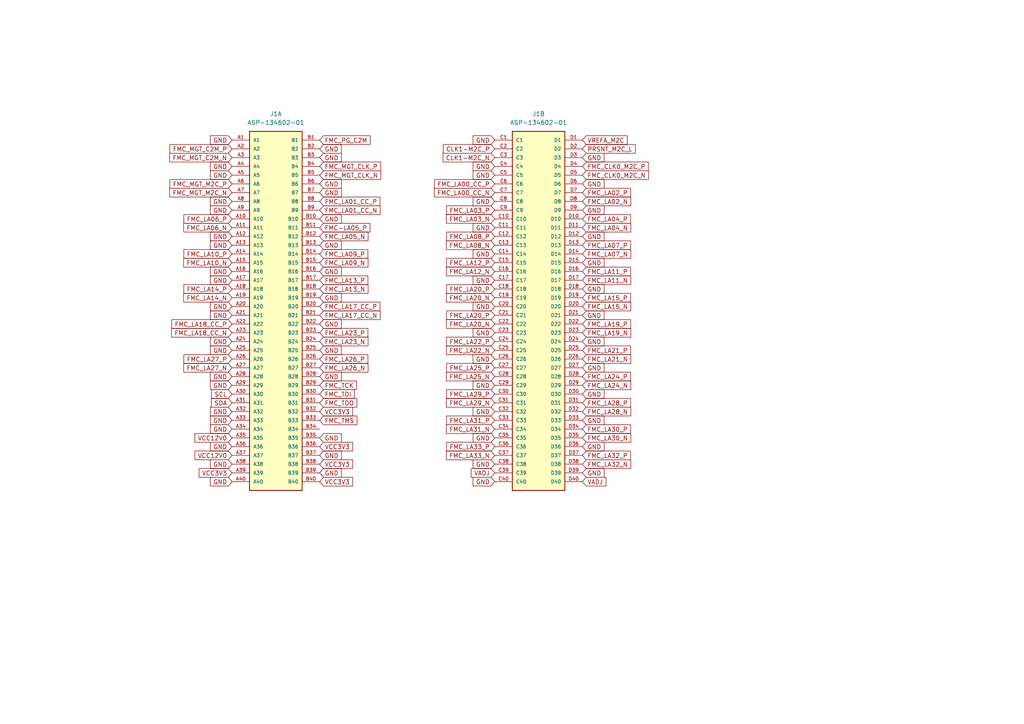
<source format=kicad_sch>
(kicad_sch (version 20231120) (generator "eeschema") (generator_version "8.0")
  (paper "A4")
  (lib_symbols
    (symbol "ASP-134602-01:ASP-134602-01" (pin_names (offset 1.016))
      (property "Reference" "J" (at -7.62 54.102 0))
      (property "Value" "ASP-134602-01" (at -7.62 -53.34 0))
      (symbol "ASP-134602-01_1_0"
        (rectangle (start -7.62 -50.8) (end 7.62 53.34) (stroke (width 0.254)) (fill (type background)))
        (pin passive line (at -12.7 50.8 0) (length 5.08) (name "A1") (number "A1"))
        (pin passive line (at -12.7 27.94 0) (length 5.08) (name "A10") (number "A10"))
        (pin passive line (at -12.7 25.4 0) (length 5.08) (name "A11") (number "A11"))
        (pin passive line (at -12.7 22.86 0) (length 5.08) (name "A12") (number "A12"))
        (pin passive line (at -12.7 20.32 0) (length 5.08) (name "A13") (number "A13"))
        (pin passive line (at -12.7 17.78 0) (length 5.08) (name "A14") (number "A14"))
        (pin passive line (at -12.7 15.24 0) (length 5.08) (name "A15") (number "A15"))
        (pin passive line (at -12.7 12.7 0) (length 5.08) (name "A16") (number "A16"))
        (pin passive line (at -12.7 10.16 0) (length 5.08) (name "A17") (number "A17"))
        (pin passive line (at -12.7 7.62 0) (length 5.08) (name "A18") (number "A18"))
        (pin passive line (at -12.7 5.08 0) (length 5.08) (name "A19") (number "A19"))
        (pin passive line (at -12.7 48.26 0) (length 5.08) (name "A2") (number "A2"))
        (pin passive line (at -12.7 2.54 0) (length 5.08) (name "A20") (number "A20"))
        (pin passive line (at -12.7 0 0) (length 5.08) (name "A21") (number "A21"))
        (pin passive line (at -12.7 -2.54 0) (length 5.08) (name "A22") (number "A22"))
        (pin passive line (at -12.7 -5.08 0) (length 5.08) (name "A23") (number "A23"))
        (pin passive line (at -12.7 -7.62 0) (length 5.08) (name "A24") (number "A24"))
        (pin passive line (at -12.7 -10.16 0) (length 5.08) (name "A25") (number "A25"))
        (pin passive line (at -12.7 -12.7 0) (length 5.08) (name "A26") (number "A26"))
        (pin passive line (at -12.7 -15.24 0) (length 5.08) (name "A27") (number "A27"))
        (pin passive line (at -12.7 -17.78 0) (length 5.08) (name "A28") (number "A28"))
        (pin passive line (at -12.7 -20.32 0) (length 5.08) (name "A29") (number "A29"))
        (pin passive line (at -12.7 45.72 0) (length 5.08) (name "A3") (number "A3"))
        (pin passive line (at -12.7 -22.86 0) (length 5.08) (name "A30") (number "A30"))
        (pin passive line (at -12.7 -25.4 0) (length 5.08) (name "A31") (number "A31"))
        (pin passive line (at -12.7 -27.94 0) (length 5.08) (name "A32") (number "A32"))
        (pin passive line (at -12.7 -30.48 0) (length 5.08) (name "A33") (number "A33"))
        (pin passive line (at -12.7 -33.02 0) (length 5.08) (name "A34") (number "A34"))
        (pin passive line (at -12.7 -35.56 0) (length 5.08) (name "A35") (number "A35"))
        (pin passive line (at -12.7 -38.1 0) (length 5.08) (name "A36") (number "A36"))
        (pin passive line (at -12.7 -40.64 0) (length 5.08) (name "A37") (number "A37"))
        (pin passive line (at -12.7 -43.18 0) (length 5.08) (name "A38") (number "A38"))
        (pin passive line (at -12.7 -45.72 0) (length 5.08) (name "A39") (number "A39"))
        (pin passive line (at -12.7 43.18 0) (length 5.08) (name "A4") (number "A4"))
        (pin passive line (at -12.7 -48.26 0) (length 5.08) (name "A40") (number "A40"))
        (pin passive line (at -12.7 40.64 0) (length 5.08) (name "A5") (number "A5"))
        (pin passive line (at -12.7 38.1 0) (length 5.08) (name "A6") (number "A6"))
        (pin passive line (at -12.7 35.56 0) (length 5.08) (name "A7") (number "A7"))
        (pin passive line (at -12.7 33.02 0) (length 5.08) (name "A8") (number "A8"))
        (pin passive line (at -12.7 30.48 0) (length 5.08) (name "A9") (number "A9"))
        (pin passive line (at 12.7 50.8 180) (length 5.08) (name "B1") (number "B1"))
        (pin passive line (at 12.7 27.94 180) (length 5.08) (name "B10") (number "B10"))
        (pin passive line (at 12.7 25.4 180) (length 5.08) (name "B11") (number "B11"))
        (pin passive line (at 12.7 22.86 180) (length 5.08) (name "B12") (number "B12"))
        (pin passive line (at 12.7 20.32 180) (length 5.08) (name "B13") (number "B13"))
        (pin passive line (at 12.7 17.78 180) (length 5.08) (name "B14") (number "B14"))
        (pin passive line (at 12.7 15.24 180) (length 5.08) (name "B15") (number "B15"))
        (pin passive line (at 12.7 12.7 180) (length 5.08) (name "B16") (number "B16"))
        (pin passive line (at 12.7 10.16 180) (length 5.08) (name "B17") (number "B17"))
        (pin passive line (at 12.7 7.62 180) (length 5.08) (name "B18") (number "B18"))
        (pin passive line (at 12.7 5.08 180) (length 5.08) (name "B19") (number "B19"))
        (pin passive line (at 12.7 48.26 180) (length 5.08) (name "B2") (number "B2"))
        (pin passive line (at 12.7 2.54 180) (length 5.08) (name "B20") (number "B20"))
        (pin passive line (at 12.7 0 180) (length 5.08) (name "B21") (number "B21"))
        (pin passive line (at 12.7 -2.54 180) (length 5.08) (name "B22") (number "B22"))
        (pin passive line (at 12.7 -5.08 180) (length 5.08) (name "B23") (number "B23"))
        (pin passive line (at 12.7 -7.62 180) (length 5.08) (name "B24") (number "B24"))
        (pin passive line (at 12.7 -10.16 180) (length 5.08) (name "B25") (number "B25"))
        (pin passive line (at 12.7 -12.7 180) (length 5.08) (name "B26") (number "B26"))
        (pin passive line (at 12.7 -15.24 180) (length 5.08) (name "B27") (number "B27"))
        (pin passive line (at 12.7 -17.78 180) (length 5.08) (name "B28") (number "B28"))
        (pin passive line (at 12.7 -20.32 180) (length 5.08) (name "B29") (number "B29"))
        (pin passive line (at 12.7 45.72 180) (length 5.08) (name "B3") (number "B3"))
        (pin passive line (at 12.7 -22.86 180) (length 5.08) (name "B30") (number "B30"))
        (pin passive line (at 12.7 -25.4 180) (length 5.08) (name "B31") (number "B31"))
        (pin passive line (at 12.7 -27.94 180) (length 5.08) (name "B32") (number "B32"))
        (pin passive line (at 12.7 -30.48 180) (length 5.08) (name "B33") (number "B33"))
        (pin passive line (at 12.7 -33.02 180) (length 5.08) (name "B34") (number "B34"))
        (pin passive line (at 12.7 -35.56 180) (length 5.08) (name "B35") (number "B35"))
        (pin passive line (at 12.7 -38.1 180) (length 5.08) (name "B36") (number "B36"))
        (pin passive line (at 12.7 -40.64 180) (length 5.08) (name "B37") (number "B37"))
        (pin passive line (at 12.7 -43.18 180) (length 5.08) (name "B38") (number "B38"))
        (pin passive line (at 12.7 -45.72 180) (length 5.08) (name "B39") (number "B39"))
        (pin passive line (at 12.7 43.18 180) (length 5.08) (name "B4") (number "B4"))
        (pin passive line (at 12.7 -48.26 180) (length 5.08) (name "B40") (number "B40"))
        (pin passive line (at 12.7 40.64 180) (length 5.08) (name "B5") (number "B5"))
        (pin passive line (at 12.7 38.1 180) (length 5.08) (name "B6") (number "B6"))
        (pin passive line (at 12.7 35.56 180) (length 5.08) (name "B7") (number "B7"))
        (pin passive line (at 12.7 33.02 180) (length 5.08) (name "B8") (number "B8"))
        (pin passive line (at 12.7 30.48 180) (length 5.08) (name "B9") (number "B9"))
      )
      (symbol "ASP-134602-01_2_0"
        (rectangle (start -7.62 -50.8) (end 7.62 53.34) (stroke (width 0.254)) (fill (type background)))
        (pin passive line (at -12.7 50.8 0) (length 5.08) (name "C1") (number "C1"))
        (pin passive line (at -12.7 27.94 0) (length 5.08) (name "C10") (number "C10"))
        (pin passive line (at -12.7 25.4 0) (length 5.08) (name "C11") (number "C11"))
        (pin passive line (at -12.7 22.86 0) (length 5.08) (name "C12") (number "C12"))
        (pin passive line (at -12.7 20.32 0) (length 5.08) (name "C13") (number "C13"))
        (pin passive line (at -12.7 17.78 0) (length 5.08) (name "C14") (number "C14"))
        (pin passive line (at -12.7 15.24 0) (length 5.08) (name "C15") (number "C15"))
        (pin passive line (at -12.7 12.7 0) (length 5.08) (name "C16") (number "C16"))
        (pin passive line (at -12.7 10.16 0) (length 5.08) (name "C17") (number "C17"))
        (pin passive line (at -12.7 7.62 0) (length 5.08) (name "C18") (number "C18"))
        (pin passive line (at -12.7 5.08 0) (length 5.08) (name "C19") (number "C19"))
        (pin passive line (at -12.7 48.26 0) (length 5.08) (name "C2") (number "C2"))
        (pin passive line (at -12.7 2.54 0) (length 5.08) (name "C20") (number "C20"))
        (pin passive line (at -12.7 0 0) (length 5.08) (name "C21") (number "C21"))
        (pin passive line (at -12.7 -2.54 0) (length 5.08) (name "C22") (number "C22"))
        (pin passive line (at -12.7 -5.08 0) (length 5.08) (name "C23") (number "C23"))
        (pin passive line (at -12.7 -7.62 0) (length 5.08) (name "C24") (number "C24"))
        (pin passive line (at -12.7 -10.16 0) (length 5.08) (name "C25") (number "C25"))
        (pin passive line (at -12.7 -12.7 0) (length 5.08) (name "C26") (number "C26"))
        (pin passive line (at -12.7 -15.24 0) (length 5.08) (name "C27") (number "C27"))
        (pin passive line (at -12.7 -17.78 0) (length 5.08) (name "C28") (number "C28"))
        (pin passive line (at -12.7 -20.32 0) (length 5.08) (name "C29") (number "C29"))
        (pin passive line (at -12.7 45.72 0) (length 5.08) (name "C3") (number "C3"))
        (pin passive line (at -12.7 -22.86 0) (length 5.08) (name "C30") (number "C30"))
        (pin passive line (at -12.7 -25.4 0) (length 5.08) (name "C31") (number "C31"))
        (pin passive line (at -12.7 -27.94 0) (length 5.08) (name "C32") (number "C32"))
        (pin passive line (at -12.7 -30.48 0) (length 5.08) (name "C33") (number "C33"))
        (pin passive line (at -12.7 -33.02 0) (length 5.08) (name "C34") (number "C34"))
        (pin passive line (at -12.7 -35.56 0) (length 5.08) (name "C35") (number "C35"))
        (pin passive line (at -12.7 -38.1 0) (length 5.08) (name "C36") (number "C36"))
        (pin passive line (at -12.7 -40.64 0) (length 5.08) (name "C37") (number "C37"))
        (pin passive line (at -12.7 -43.18 0) (length 5.08) (name "C38") (number "C38"))
        (pin passive line (at -12.7 -45.72 0) (length 5.08) (name "C39") (number "C39"))
        (pin passive line (at -12.7 43.18 0) (length 5.08) (name "C4") (number "C4"))
        (pin passive line (at -12.7 -48.26 0) (length 5.08) (name "C40") (number "C40"))
        (pin passive line (at -12.7 40.64 0) (length 5.08) (name "C5") (number "C5"))
        (pin passive line (at -12.7 38.1 0) (length 5.08) (name "C6") (number "C6"))
        (pin passive line (at -12.7 35.56 0) (length 5.08) (name "C7") (number "C7"))
        (pin passive line (at -12.7 33.02 0) (length 5.08) (name "C8") (number "C8"))
        (pin passive line (at -12.7 30.48 0) (length 5.08) (name "C9") (number "C9"))
        (pin passive line (at 12.7 50.8 180) (length 5.08) (name "D1") (number "D1"))
        (pin passive line (at 12.7 27.94 180) (length 5.08) (name "D10") (number "D10"))
        (pin passive line (at 12.7 25.4 180) (length 5.08) (name "D11") (number "D11"))
        (pin passive line (at 12.7 22.86 180) (length 5.08) (name "D12") (number "D12"))
        (pin passive line (at 12.7 20.32 180) (length 5.08) (name "D13") (number "D13"))
        (pin passive line (at 12.7 17.78 180) (length 5.08) (name "D14") (number "D14"))
        (pin passive line (at 12.7 15.24 180) (length 5.08) (name "D15") (number "D15"))
        (pin passive line (at 12.7 12.7 180) (length 5.08) (name "D16") (number "D16"))
        (pin passive line (at 12.7 10.16 180) (length 5.08) (name "D17") (number "D17"))
        (pin passive line (at 12.7 7.62 180) (length 5.08) (name "D18") (number "D18"))
        (pin passive line (at 12.7 5.08 180) (length 5.08) (name "D19") (number "D19"))
        (pin passive line (at 12.7 48.26 180) (length 5.08) (name "D2") (number "D2"))
        (pin passive line (at 12.7 2.54 180) (length 5.08) (name "D20") (number "D20"))
        (pin passive line (at 12.7 0 180) (length 5.08) (name "D21") (number "D21"))
        (pin passive line (at 12.7 -2.54 180) (length 5.08) (name "D22") (number "D22"))
        (pin passive line (at 12.7 -5.08 180) (length 5.08) (name "D23") (number "D23"))
        (pin passive line (at 12.7 -7.62 180) (length 5.08) (name "D24") (number "D24"))
        (pin passive line (at 12.7 -10.16 180) (length 5.08) (name "D25") (number "D25"))
        (pin passive line (at 12.7 -12.7 180) (length 5.08) (name "D26") (number "D26"))
        (pin passive line (at 12.7 -15.24 180) (length 5.08) (name "D27") (number "D27"))
        (pin passive line (at 12.7 -17.78 180) (length 5.08) (name "D28") (number "D28"))
        (pin passive line (at 12.7 -20.32 180) (length 5.08) (name "D29") (number "D29"))
        (pin passive line (at 12.7 45.72 180) (length 5.08) (name "D3") (number "D3"))
        (pin passive line (at 12.7 -22.86 180) (length 5.08) (name "D30") (number "D30"))
        (pin passive line (at 12.7 -25.4 180) (length 5.08) (name "D31") (number "D31"))
        (pin passive line (at 12.7 -27.94 180) (length 5.08) (name "D32") (number "D32"))
        (pin passive line (at 12.7 -30.48 180) (length 5.08) (name "D33") (number "D33"))
        (pin passive line (at 12.7 -33.02 180) (length 5.08) (name "D34") (number "D34"))
        (pin passive line (at 12.7 -35.56 180) (length 5.08) (name "D35") (number "D35"))
        (pin passive line (at 12.7 -38.1 180) (length 5.08) (name "D36") (number "D36"))
        (pin passive line (at 12.7 -40.64 180) (length 5.08) (name "D37") (number "D37"))
        (pin passive line (at 12.7 -43.18 180) (length 5.08) (name "D38") (number "D38"))
        (pin passive line (at 12.7 -45.72 180) (length 5.08) (name "D39") (number "D39"))
        (pin passive line (at 12.7 43.18 180) (length 5.08) (name "D4") (number "D4"))
        (pin passive line (at 12.7 -48.26 180) (length 5.08) (name "D40") (number "D40"))
        (pin passive line (at 12.7 40.64 180) (length 5.08) (name "D5") (number "D5"))
        (pin passive line (at 12.7 38.1 180) (length 5.08) (name "D6") (number "D6"))
        (pin passive line (at 12.7 35.56 180) (length 5.08) (name "D7") (number "D7"))
        (pin passive line (at 12.7 33.02 180) (length 5.08) (name "D8") (number "D8"))
        (pin passive line (at 12.7 30.48 180) (length 5.08) (name "D9") (number "D9"))
      )
      (symbol "ASP-134602-01_3_0"
        (rectangle (start -7.62 -50.8) (end 7.62 53.34) (stroke (width 0.254)) (fill (type background)))
        (pin passive line (at -12.7 50.8 0) (length 5.08) (name "E1") (number "E1"))
        (pin passive line (at -12.7 27.94 0) (length 5.08) (name "E10") (number "E10"))
        (pin passive line (at -12.7 25.4 0) (length 5.08) (name "E11") (number "E11"))
        (pin passive line (at -12.7 22.86 0) (length 5.08) (name "E12") (number "E12"))
        (pin passive line (at -12.7 20.32 0) (length 5.08) (name "E13") (number "E13"))
        (pin passive line (at -12.7 17.78 0) (length 5.08) (name "E14") (number "E14"))
        (pin passive line (at -12.7 15.24 0) (length 5.08) (name "E15") (number "E15"))
        (pin passive line (at -12.7 12.7 0) (length 5.08) (name "E16") (number "E16"))
        (pin passive line (at -12.7 10.16 0) (length 5.08) (name "E17") (number "E17"))
        (pin passive line (at -12.7 7.62 0) (length 5.08) (name "E18") (number "E18"))
        (pin passive line (at -12.7 5.08 0) (length 5.08) (name "E19") (number "E19"))
        (pin passive line (at -12.7 48.26 0) (length 5.08) (name "E2") (number "E2"))
        (pin passive line (at -12.7 2.54 0) (length 5.08) (name "E20") (number "E20"))
        (pin passive line (at -12.7 0 0) (length 5.08) (name "E21") (number "E21"))
        (pin passive line (at -12.7 -2.54 0) (length 5.08) (name "E22") (number "E22"))
        (pin passive line (at -12.7 -5.08 0) (length 5.08) (name "E23") (number "E23"))
        (pin passive line (at -12.7 -7.62 0) (length 5.08) (name "E24") (number "E24"))
        (pin passive line (at -12.7 -10.16 0) (length 5.08) (name "E25") (number "E25"))
        (pin passive line (at -12.7 -12.7 0) (length 5.08) (name "E26") (number "E26"))
        (pin passive line (at -12.7 -15.24 0) (length 5.08) (name "E27") (number "E27"))
        (pin passive line (at -12.7 -17.78 0) (length 5.08) (name "E28") (number "E28"))
        (pin passive line (at -12.7 -20.32 0) (length 5.08) (name "E29") (number "E29"))
        (pin passive line (at -12.7 45.72 0) (length 5.08) (name "E3") (number "E3"))
        (pin passive line (at -12.7 -22.86 0) (length 5.08) (name "E30") (number "E30"))
        (pin passive line (at -12.7 -25.4 0) (length 5.08) (name "E31") (number "E31"))
        (pin passive line (at -12.7 -27.94 0) (length 5.08) (name "E32") (number "E32"))
        (pin passive line (at -12.7 -30.48 0) (length 5.08) (name "E33") (number "E33"))
        (pin passive line (at -12.7 -33.02 0) (length 5.08) (name "E34") (number "E34"))
        (pin passive line (at -12.7 -35.56 0) (length 5.08) (name "E35") (number "E35"))
        (pin passive line (at -12.7 -38.1 0) (length 5.08) (name "E36") (number "E36"))
        (pin passive line (at -12.7 -40.64 0) (length 5.08) (name "E37") (number "E37"))
        (pin passive line (at -12.7 -43.18 0) (length 5.08) (name "E38") (number "E38"))
        (pin passive line (at -12.7 -45.72 0) (length 5.08) (name "E39") (number "E39"))
        (pin passive line (at -12.7 43.18 0) (length 5.08) (name "E4") (number "E4"))
        (pin passive line (at -12.7 -48.26 0) (length 5.08) (name "E40") (number "E40"))
        (pin passive line (at -12.7 40.64 0) (length 5.08) (name "E5") (number "E5"))
        (pin passive line (at -12.7 38.1 0) (length 5.08) (name "E6") (number "E6"))
        (pin passive line (at -12.7 35.56 0) (length 5.08) (name "E7") (number "E7"))
        (pin passive line (at -12.7 33.02 0) (length 5.08) (name "E8") (number "E8"))
        (pin passive line (at -12.7 30.48 0) (length 5.08) (name "E9") (number "E9"))
        (pin passive line (at 12.7 50.8 180) (length 5.08) (name "F1") (number "F1"))
        (pin passive line (at 12.7 27.94 180) (length 5.08) (name "F10") (number "F10"))
        (pin passive line (at 12.7 25.4 180) (length 5.08) (name "F11") (number "F11"))
        (pin passive line (at 12.7 22.86 180) (length 5.08) (name "F12") (number "F12"))
        (pin passive line (at 12.7 20.32 180) (length 5.08) (name "F13") (number "F13"))
        (pin passive line (at 12.7 17.78 180) (length 5.08) (name "F14") (number "F14"))
        (pin passive line (at 12.7 15.24 180) (length 5.08) (name "F15") (number "F15"))
        (pin passive line (at 12.7 12.7 180) (length 5.08) (name "F16") (number "F16"))
        (pin passive line (at 12.7 10.16 180) (length 5.08) (name "F17") (number "F17"))
        (pin passive line (at 12.7 7.62 180) (length 5.08) (name "F18") (number "F18"))
        (pin passive line (at 12.7 5.08 180) (length 5.08) (name "F19") (number "F19"))
        (pin passive line (at 12.7 48.26 180) (length 5.08) (name "F2") (number "F2"))
        (pin passive line (at 12.7 2.54 180) (length 5.08) (name "F20") (number "F20"))
        (pin passive line (at 12.7 0 180) (length 5.08) (name "F21") (number "F21"))
        (pin passive line (at 12.7 -2.54 180) (length 5.08) (name "F22") (number "F22"))
        (pin passive line (at 12.7 -5.08 180) (length 5.08) (name "F23") (number "F23"))
        (pin passive line (at 12.7 -7.62 180) (length 5.08) (name "F24") (number "F24"))
        (pin passive line (at 12.7 -10.16 180) (length 5.08) (name "F25") (number "F25"))
        (pin passive line (at 12.7 -12.7 180) (length 5.08) (name "F26") (number "F26"))
        (pin passive line (at 12.7 -15.24 180) (length 5.08) (name "F27") (number "F27"))
        (pin passive line (at 12.7 -17.78 180) (length 5.08) (name "F28") (number "F28"))
        (pin passive line (at 12.7 -20.32 180) (length 5.08) (name "F29") (number "F29"))
        (pin passive line (at 12.7 45.72 180) (length 5.08) (name "F3") (number "F3"))
        (pin passive line (at 12.7 -22.86 180) (length 5.08) (name "F30") (number "F30"))
        (pin passive line (at 12.7 -25.4 180) (length 5.08) (name "F31") (number "F31"))
        (pin passive line (at 12.7 -27.94 180) (length 5.08) (name "F32") (number "F32"))
        (pin passive line (at 12.7 -30.48 180) (length 5.08) (name "F33") (number "F33"))
        (pin passive line (at 12.7 -33.02 180) (length 5.08) (name "F34") (number "F34"))
        (pin passive line (at 12.7 -35.56 180) (length 5.08) (name "F35") (number "F35"))
        (pin passive line (at 12.7 -38.1 180) (length 5.08) (name "F36") (number "F36"))
        (pin passive line (at 12.7 -40.64 180) (length 5.08) (name "F37") (number "F37"))
        (pin passive line (at 12.7 -43.18 180) (length 5.08) (name "F38") (number "F38"))
        (pin passive line (at 12.7 -45.72 180) (length 5.08) (name "F39") (number "F39"))
        (pin passive line (at 12.7 43.18 180) (length 5.08) (name "F4") (number "F4"))
        (pin passive line (at 12.7 -48.26 180) (length 5.08) (name "F40") (number "F40"))
        (pin passive line (at 12.7 40.64 180) (length 5.08) (name "F5") (number "F5"))
        (pin passive line (at 12.7 38.1 180) (length 5.08) (name "F6") (number "F6"))
        (pin passive line (at 12.7 35.56 180) (length 5.08) (name "F7") (number "F7"))
        (pin passive line (at 12.7 33.02 180) (length 5.08) (name "F8") (number "F8"))
        (pin passive line (at 12.7 30.48 180) (length 5.08) (name "F9") (number "F9"))
      )
      (symbol "ASP-134602-01_4_0"
        (rectangle (start -7.62 -50.8) (end 7.62 53.34) (stroke (width 0.254)) (fill (type background)))
        (pin passive line (at -12.7 50.8 0) (length 5.08) (name "G1") (number "G1"))
        (pin passive line (at -12.7 27.94 0) (length 5.08) (name "G10") (number "G10"))
        (pin passive line (at -12.7 25.4 0) (length 5.08) (name "G11") (number "G11"))
        (pin passive line (at -12.7 22.86 0) (length 5.08) (name "G12") (number "G12"))
        (pin passive line (at -12.7 20.32 0) (length 5.08) (name "G13") (number "G13"))
        (pin passive line (at -12.7 17.78 0) (length 5.08) (name "G14") (number "G14"))
        (pin passive line (at -12.7 15.24 0) (length 5.08) (name "G15") (number "G15"))
        (pin passive line (at -12.7 12.7 0) (length 5.08) (name "G16") (number "G16"))
        (pin passive line (at -12.7 10.16 0) (length 5.08) (name "G17") (number "G17"))
        (pin passive line (at -12.7 7.62 0) (length 5.08) (name "G18") (number "G18"))
        (pin passive line (at -12.7 5.08 0) (length 5.08) (name "G19") (number "G19"))
        (pin passive line (at -12.7 48.26 0) (length 5.08) (name "G2") (number "G2"))
        (pin passive line (at -12.7 2.54 0) (length 5.08) (name "G20") (number "G20"))
        (pin passive line (at -12.7 0 0) (length 5.08) (name "G21") (number "G21"))
        (pin passive line (at -12.7 -2.54 0) (length 5.08) (name "G22") (number "G22"))
        (pin passive line (at -12.7 -5.08 0) (length 5.08) (name "G23") (number "G23"))
        (pin passive line (at -12.7 -7.62 0) (length 5.08) (name "G24") (number "G24"))
        (pin passive line (at -12.7 -10.16 0) (length 5.08) (name "G25") (number "G25"))
        (pin passive line (at -12.7 -12.7 0) (length 5.08) (name "G26") (number "G26"))
        (pin passive line (at -12.7 -15.24 0) (length 5.08) (name "G27") (number "G27"))
        (pin passive line (at -12.7 -17.78 0) (length 5.08) (name "G28") (number "G28"))
        (pin passive line (at -12.7 -20.32 0) (length 5.08) (name "G29") (number "G29"))
        (pin passive line (at -12.7 45.72 0) (length 5.08) (name "G3") (number "G3"))
        (pin passive line (at -12.7 -22.86 0) (length 5.08) (name "G30") (number "G30"))
        (pin passive line (at -12.7 -25.4 0) (length 5.08) (name "G31") (number "G31"))
        (pin passive line (at -12.7 -27.94 0) (length 5.08) (name "G32") (number "G32"))
        (pin passive line (at -12.7 -30.48 0) (length 5.08) (name "G33") (number "G33"))
        (pin passive line (at -12.7 -33.02 0) (length 5.08) (name "G34") (number "G34"))
        (pin passive line (at -12.7 -35.56 0) (length 5.08) (name "G35") (number "G35"))
        (pin passive line (at -12.7 -38.1 0) (length 5.08) (name "G36") (number "G36"))
        (pin passive line (at -12.7 -40.64 0) (length 5.08) (name "G37") (number "G37"))
        (pin passive line (at -12.7 -43.18 0) (length 5.08) (name "G38") (number "G38"))
        (pin passive line (at -12.7 -45.72 0) (length 5.08) (name "G39") (number "G39"))
        (pin passive line (at -12.7 43.18 0) (length 5.08) (name "G4") (number "G4"))
        (pin passive line (at -12.7 -48.26 0) (length 5.08) (name "G40") (number "G40"))
        (pin passive line (at -12.7 40.64 0) (length 5.08) (name "G5") (number "G5"))
        (pin passive line (at -12.7 38.1 0) (length 5.08) (name "G6") (number "G6"))
        (pin passive line (at -12.7 35.56 0) (length 5.08) (name "G7") (number "G7"))
        (pin passive line (at -12.7 33.02 0) (length 5.08) (name "G8") (number "G8"))
        (pin passive line (at -12.7 30.48 0) (length 5.08) (name "G9") (number "G9"))
        (pin passive line (at 12.7 50.8 180) (length 5.08) (name "H1") (number "H1"))
        (pin passive line (at 12.7 27.94 180) (length 5.08) (name "H10") (number "H10"))
        (pin passive line (at 12.7 25.4 180) (length 5.08) (name "H11") (number "H11"))
        (pin passive line (at 12.7 22.86 180) (length 5.08) (name "H12") (number "H12"))
        (pin passive line (at 12.7 20.32 180) (length 5.08) (name "H13") (number "H13"))
        (pin passive line (at 12.7 17.78 180) (length 5.08) (name "H14") (number "H14"))
        (pin passive line (at 12.7 15.24 180) (length 5.08) (name "H15") (number "H15"))
        (pin passive line (at 12.7 12.7 180) (length 5.08) (name "H16") (number "H16"))
        (pin passive line (at 12.7 10.16 180) (length 5.08) (name "H17") (number "H17"))
        (pin passive line (at 12.7 7.62 180) (length 5.08) (name "H18") (number "H18"))
        (pin passive line (at 12.7 5.08 180) (length 5.08) (name "H19") (number "H19"))
        (pin passive line (at 12.7 48.26 180) (length 5.08) (name "H2") (number "H2"))
        (pin passive line (at 12.7 2.54 180) (length 5.08) (name "H20") (number "H20"))
        (pin passive line (at 12.7 0 180) (length 5.08) (name "H21") (number "H21"))
        (pin passive line (at 12.7 -2.54 180) (length 5.08) (name "H22") (number "H22"))
        (pin passive line (at 12.7 -5.08 180) (length 5.08) (name "H23") (number "H23"))
        (pin passive line (at 12.7 -7.62 180) (length 5.08) (name "H24") (number "H24"))
        (pin passive line (at 12.7 -10.16 180) (length 5.08) (name "H25") (number "H25"))
        (pin passive line (at 12.7 -12.7 180) (length 5.08) (name "H26") (number "H26"))
        (pin passive line (at 12.7 -15.24 180) (length 5.08) (name "H27") (number "H27"))
        (pin passive line (at 12.7 -17.78 180) (length 5.08) (name "H28") (number "H28"))
        (pin passive line (at 12.7 -20.32 180) (length 5.08) (name "H29") (number "H29"))
        (pin passive line (at 12.7 45.72 180) (length 5.08) (name "H3") (number "H3"))
        (pin passive line (at 12.7 -22.86 180) (length 5.08) (name "H30") (number "H30"))
        (pin passive line (at 12.7 -25.4 180) (length 5.08) (name "H31") (number "H31"))
        (pin passive line (at 12.7 -27.94 180) (length 5.08) (name "H32") (number "H32"))
        (pin passive line (at 12.7 -30.48 180) (length 5.08) (name "H33") (number "H33"))
        (pin passive line (at 12.7 -33.02 180) (length 5.08) (name "H34") (number "H34"))
        (pin passive line (at 12.7 -35.56 180) (length 5.08) (name "H35") (number "H35"))
        (pin passive line (at 12.7 -38.1 180) (length 5.08) (name "H36") (number "H36"))
        (pin passive line (at 12.7 -40.64 180) (length 5.08) (name "H37") (number "H37"))
        (pin passive line (at 12.7 -43.18 180) (length 5.08) (name "H38") (number "H38"))
        (pin passive line (at 12.7 -45.72 180) (length 5.08) (name "H39") (number "H39"))
        (pin passive line (at 12.7 43.18 180) (length 5.08) (name "H4") (number "H4"))
        (pin passive line (at 12.7 -48.26 180) (length 5.08) (name "H40") (number "H40"))
        (pin passive line (at 12.7 40.64 180) (length 5.08) (name "H5") (number "H5"))
        (pin passive line (at 12.7 38.1 180) (length 5.08) (name "H6") (number "H6"))
        (pin passive line (at 12.7 35.56 180) (length 5.08) (name "H7") (number "H7"))
        (pin passive line (at 12.7 33.02 180) (length 5.08) (name "H8") (number "H8"))
        (pin passive line (at 12.7 30.48 180) (length 5.08) (name "H9") (number "H9"))
      )
      (symbol "ASP-134602-01_5_0"
        (rectangle (start -7.62 -50.8) (end 7.62 53.34) (stroke (width 0.254)) (fill (type background)))
        (pin passive line (at -12.7 50.8 0) (length 5.08) (name "J1") (number "J1"))
        (pin passive line (at -12.7 27.94 0) (length 5.08) (name "J10") (number "J10"))
        (pin passive line (at -12.7 25.4 0) (length 5.08) (name "J11") (number "J11"))
        (pin passive line (at -12.7 22.86 0) (length 5.08) (name "J12") (number "J12"))
        (pin passive line (at -12.7 20.32 0) (length 5.08) (name "J13") (number "J13"))
        (pin passive line (at -12.7 17.78 0) (length 5.08) (name "J14") (number "J14"))
        (pin passive line (at -12.7 15.24 0) (length 5.08) (name "J15") (number "J15"))
        (pin passive line (at -12.7 12.7 0) (length 5.08) (name "J16") (number "J16"))
        (pin passive line (at -12.7 10.16 0) (length 5.08) (name "J17") (number "J17"))
        (pin passive line (at -12.7 7.62 0) (length 5.08) (name "J18") (number "J18"))
        (pin passive line (at -12.7 5.08 0) (length 5.08) (name "J19") (number "J19"))
        (pin passive line (at -12.7 48.26 0) (length 5.08) (name "J2") (number "J2"))
        (pin passive line (at -12.7 2.54 0) (length 5.08) (name "J20") (number "J20"))
        (pin passive line (at -12.7 0 0) (length 5.08) (name "J21") (number "J21"))
        (pin passive line (at -12.7 -2.54 0) (length 5.08) (name "J22") (number "J22"))
        (pin passive line (at -12.7 -5.08 0) (length 5.08) (name "J23") (number "J23"))
        (pin passive line (at -12.7 -7.62 0) (length 5.08) (name "J24") (number "J24"))
        (pin passive line (at -12.7 -10.16 0) (length 5.08) (name "J25") (number "J25"))
        (pin passive line (at -12.7 -12.7 0) (length 5.08) (name "J26") (number "J26"))
        (pin passive line (at -12.7 -15.24 0) (length 5.08) (name "J27") (number "J27"))
        (pin passive line (at -12.7 -17.78 0) (length 5.08) (name "J28") (number "J28"))
        (pin passive line (at -12.7 -20.32 0) (length 5.08) (name "J29") (number "J29"))
        (pin passive line (at -12.7 45.72 0) (length 5.08) (name "J3") (number "J3"))
        (pin passive line (at -12.7 -22.86 0) (length 5.08) (name "J30") (number "J30"))
        (pin passive line (at -12.7 -25.4 0) (length 5.08) (name "J31") (number "J31"))
        (pin passive line (at -12.7 -27.94 0) (length 5.08) (name "J32") (number "J32"))
        (pin passive line (at -12.7 -30.48 0) (length 5.08) (name "J33") (number "J33"))
        (pin passive line (at -12.7 -33.02 0) (length 5.08) (name "J34") (number "J34"))
        (pin passive line (at -12.7 -35.56 0) (length 5.08) (name "J35") (number "J35"))
        (pin passive line (at -12.7 -38.1 0) (length 5.08) (name "J36") (number "J36"))
        (pin passive line (at -12.7 -40.64 0) (length 5.08) (name "J37") (number "J37"))
        (pin passive line (at -12.7 -43.18 0) (length 5.08) (name "J38") (number "J38"))
        (pin passive line (at -12.7 -45.72 0) (length 5.08) (name "J39") (number "J39"))
        (pin passive line (at -12.7 43.18 0) (length 5.08) (name "J4") (number "J4"))
        (pin passive line (at -12.7 -48.26 0) (length 5.08) (name "J40") (number "J40"))
        (pin passive line (at -12.7 40.64 0) (length 5.08) (name "J5") (number "J5"))
        (pin passive line (at -12.7 38.1 0) (length 5.08) (name "J6") (number "J6"))
        (pin passive line (at -12.7 35.56 0) (length 5.08) (name "J7") (number "J7"))
        (pin passive line (at -12.7 33.02 0) (length 5.08) (name "J8") (number "J8"))
        (pin passive line (at -12.7 30.48 0) (length 5.08) (name "J9") (number "J9"))
        (pin passive line (at 12.7 50.8 180) (length 5.08) (name "K1") (number "K1"))
        (pin passive line (at 12.7 27.94 180) (length 5.08) (name "K10") (number "K10"))
        (pin passive line (at 12.7 25.4 180) (length 5.08) (name "K11") (number "K11"))
        (pin passive line (at 12.7 22.86 180) (length 5.08) (name "K12") (number "K12"))
        (pin passive line (at 12.7 20.32 180) (length 5.08) (name "K13") (number "K13"))
        (pin passive line (at 12.7 17.78 180) (length 5.08) (name "K14") (number "K14"))
        (pin passive line (at 12.7 15.24 180) (length 5.08) (name "K15") (number "K15"))
        (pin passive line (at 12.7 12.7 180) (length 5.08) (name "K16") (number "K16"))
        (pin passive line (at 12.7 10.16 180) (length 5.08) (name "K17") (number "K17"))
        (pin passive line (at 12.7 7.62 180) (length 5.08) (name "K18") (number "K18"))
        (pin passive line (at 12.7 5.08 180) (length 5.08) (name "K19") (number "K19"))
        (pin passive line (at 12.7 48.26 180) (length 5.08) (name "K2") (number "K2"))
        (pin passive line (at 12.7 2.54 180) (length 5.08) (name "K20") (number "K20"))
        (pin passive line (at 12.7 0 180) (length 5.08) (name "K21") (number "K21"))
        (pin passive line (at 12.7 -2.54 180) (length 5.08) (name "K22") (number "K22"))
        (pin passive line (at 12.7 -5.08 180) (length 5.08) (name "K23") (number "K23"))
        (pin passive line (at 12.7 -7.62 180) (length 5.08) (name "K24") (number "K24"))
        (pin passive line (at 12.7 -10.16 180) (length 5.08) (name "K25") (number "K25"))
        (pin passive line (at 12.7 -12.7 180) (length 5.08) (name "K26") (number "K26"))
        (pin passive line (at 12.7 -15.24 180) (length 5.08) (name "K27") (number "K27"))
        (pin passive line (at 12.7 -17.78 180) (length 5.08) (name "K28") (number "K28"))
        (pin passive line (at 12.7 -20.32 180) (length 5.08) (name "K29") (number "K29"))
        (pin passive line (at 12.7 45.72 180) (length 5.08) (name "K3") (number "K3"))
        (pin passive line (at 12.7 -22.86 180) (length 5.08) (name "K30") (number "K30"))
        (pin passive line (at 12.7 -25.4 180) (length 5.08) (name "K31") (number "K31"))
        (pin passive line (at 12.7 -27.94 180) (length 5.08) (name "K32") (number "K32"))
        (pin passive line (at 12.7 -30.48 180) (length 5.08) (name "K33") (number "K33"))
        (pin passive line (at 12.7 -33.02 180) (length 5.08) (name "K34") (number "K34"))
        (pin passive line (at 12.7 -35.56 180) (length 5.08) (name "K35") (number "K35"))
        (pin passive line (at 12.7 -38.1 180) (length 5.08) (name "K36") (number "K36"))
        (pin passive line (at 12.7 -40.64 180) (length 5.08) (name "K37") (number "K37"))
        (pin passive line (at 12.7 -43.18 180) (length 5.08) (name "K38") (number "K38"))
        (pin passive line (at 12.7 -45.72 180) (length 5.08) (name "K39") (number "K39"))
        (pin passive line (at 12.7 43.18 180) (length 5.08) (name "K4") (number "K4"))
        (pin passive line (at 12.7 -48.26 180) (length 5.08) (name "K40") (number "K40"))
        (pin passive line (at 12.7 40.64 180) (length 5.08) (name "K5") (number "K5"))
        (pin passive line (at 12.7 38.1 180) (length 5.08) (name "K6") (number "K6"))
        (pin passive line (at 12.7 35.56 180) (length 5.08) (name "K7") (number "K7"))
        (pin passive line (at 12.7 33.02 180) (length 5.08) (name "K8") (number "K8"))
        (pin passive line (at 12.7 30.48 180) (length 5.08) (name "K9") (number "K9"))
      )
    )
  )
  (global_label "VADJ" (shape input) (at 143.51 137.16 180) (property "Intersheetrefs" "${INTERSHEET_REFS}" (effects (hide yes))))
  (global_label "FMC_LA18_CC_N" (shape input) (at 67.31 96.52 180) (property "Intersheetrefs" "${INTERSHEET_REFS}" (effects (hide yes))))
  (global_label "GND" (shape input) (at 143.51 66.04 180) (property "Intersheetrefs" "${INTERSHEET_REFS}" (effects (hide yes))))
  (global_label "FMC_LA04_N" (shape input) (at 168.91 66.04 0) (property "Intersheetrefs" "${INTERSHEET_REFS}" (effects (hide yes))))
  (global_label "FMC_MGT_C2M_N" (shape input) (at 67.31 45.72 180) (property "Intersheetrefs" "${INTERSHEET_REFS}" (effects (hide yes))))
  (global_label "GND" (shape input) (at 67.31 60.96 180) (property "Intersheetrefs" "${INTERSHEET_REFS}" (effects (hide yes))))
  (global_label "GND" (shape input) (at 92.71 86.36 0) (property "Intersheetrefs" "${INTERSHEET_REFS}" (effects (hide yes))))
  (global_label "FMC_LA24_N" (shape input) (at 168.91 111.76 0) (property "Intersheetrefs" "${INTERSHEET_REFS}" (effects (hide yes))))
  (global_label "GND" (shape input) (at 143.51 104.14 180) (property "Intersheetrefs" "${INTERSHEET_REFS}" (effects (hide yes))))
  (global_label "FMC_PG_C2M" (shape input) (at 92.71 40.64 0) (property "Intersheetrefs" "${INTERSHEET_REFS}" (effects (hide yes))))
  (global_label "FMC_LA04_P" (shape input) (at 168.91 63.5 0) (property "Intersheetrefs" "${INTERSHEET_REFS}" (effects (hide yes))))
  (global_label "FMC_LA22_P" (shape input) (at 143.51 99.06 180) (property "Intersheetrefs" "${INTERSHEET_REFS}" (effects (hide yes))))
  (global_label "FMC_LA20_N" (shape input) (at 143.51 86.36 180) (property "Intersheetrefs" "${INTERSHEET_REFS}" (effects (hide yes))))
  (global_label "FMC_TDO" (shape input) (at 92.71 116.84 0) (property "Intersheetrefs" "${INTERSHEET_REFS}" (effects (hide yes))))
  (global_label "GND" (shape input) (at 67.31 121.92 180) (property "Intersheetrefs" "${INTERSHEET_REFS}" (effects (hide yes))))
  (global_label "VADJ" (shape input) (at 168.91 139.7 0) (property "Intersheetrefs" "${INTERSHEET_REFS}" (effects (hide yes))))
  (global_label "GND" (shape input) (at 168.91 76.2 0) (property "Intersheetrefs" "${INTERSHEET_REFS}" (effects (hide yes))))
  (global_label "GND" (shape input) (at 67.31 48.26 180) (property "Intersheetrefs" "${INTERSHEET_REFS}" (effects (hide yes))))
  (global_label "FMC_LA27_N" (shape input) (at 67.31 106.68 180) (property "Intersheetrefs" "${INTERSHEET_REFS}" (effects (hide yes))))
  (global_label "GND" (shape input) (at 92.71 109.22 0) (property "Intersheetrefs" "${INTERSHEET_REFS}" (effects (hide yes))))
  (global_label "FMC_LA17_CC_N" (shape input) (at 92.71 91.44 0) (property "Intersheetrefs" "${INTERSHEET_REFS}" (effects (hide yes))))
  (global_label "FMC_LA03_N" (shape input) (at 143.51 63.5 180) (property "Intersheetrefs" "${INTERSHEET_REFS}" (effects (hide yes))))
  (global_label "GND" (shape input) (at 143.51 96.52 180) (property "Intersheetrefs" "${INTERSHEET_REFS}" (effects (hide yes))))
  (global_label "FMC_LA23_N" (shape input) (at 92.71 99.06 0) (property "Intersheetrefs" "${INTERSHEET_REFS}" (effects (hide yes))))
  (global_label "GND" (shape input) (at 143.51 73.66 180) (property "Intersheetrefs" "${INTERSHEET_REFS}" (effects (hide yes))))
  (global_label "GND" (shape input) (at 168.91 68.58 0) (property "Intersheetrefs" "${INTERSHEET_REFS}" (effects (hide yes))))
  (global_label "GND" (shape input) (at 92.71 43.18 0) (property "Intersheetrefs" "${INTERSHEET_REFS}" (effects (hide yes))))
  (global_label "FMC_LA11_N" (shape input) (at 168.91 81.28 0) (property "Intersheetrefs" "${INTERSHEET_REFS}" (effects (hide yes))))
  (global_label "FMC_LA19_N" (shape input) (at 168.91 96.52 0) (property "Intersheetrefs" "${INTERSHEET_REFS}" (effects (hide yes))))
  (global_label "FMC_LA30_N" (shape input) (at 168.91 127 0) (property "Intersheetrefs" "${INTERSHEET_REFS}" (effects (hide yes))))
  (global_label "GND" (shape input) (at 143.51 81.28 180) (property "Intersheetrefs" "${INTERSHEET_REFS}" (effects (hide yes))))
  (global_label "CLK1-M2C_P" (shape input) (at 143.51 43.18 180) (property "Intersheetrefs" "${INTERSHEET_REFS}" (effects (hide yes))))
  (global_label "FMC_MGT_CLK_N" (shape input) (at 92.71 50.8 0) (property "Intersheetrefs" "${INTERSHEET_REFS}" (effects (hide yes))))
  (global_label "VCC3V3" (shape input) (at 67.31 137.16 180) (property "Intersheetrefs" "${INTERSHEET_REFS}" (effects (hide yes))))
  (global_label "FMC_MGT_M2C_P" (shape input) (at 67.31 53.34 180) (property "Intersheetrefs" "${INTERSHEET_REFS}" (effects (hide yes))))
  (global_label "FMC_LA25_P" (shape input) (at 143.51 106.68 180) (property "Intersheetrefs" "${INTERSHEET_REFS}" (effects (hide yes))))
  (global_label "GND" (shape input) (at 92.71 132.08 0) (property "Intersheetrefs" "${INTERSHEET_REFS}" (effects (hide yes))))
  (global_label "FMC_LA06_P" (shape input) (at 67.31 63.5 180) (property "Intersheetrefs" "${INTERSHEET_REFS}" (effects (hide yes))))
  (global_label "GND" (shape input) (at 67.31 101.6 180) (property "Intersheetrefs" "${INTERSHEET_REFS}" (effects (hide yes))))
  (global_label "GND" (shape input) (at 67.31 88.9 180) (property "Intersheetrefs" "${INTERSHEET_REFS}" (effects (hide yes))))
  (global_label "FMC_LA24_P" (shape input) (at 168.91 109.22 0) (property "Intersheetrefs" "${INTERSHEET_REFS}" (effects (hide yes))))
  (global_label "FMC_LA00_CC_P" (shape input) (at 143.51 53.34 180) (property "Intersheetrefs" "${INTERSHEET_REFS}" (effects (hide yes))))
  (global_label "FMC_LA20_P" (shape input) (at 143.51 83.82 180) (property "Intersheetrefs" "${INTERSHEET_REFS}" (effects (hide yes))))
  (global_label "FMC_LA12_N" (shape input) (at 143.51 78.74 180) (property "Intersheetrefs" "${INTERSHEET_REFS}" (effects (hide yes))))
  (global_label "GND" (shape input) (at 168.91 121.92 0) (property "Intersheetrefs" "${INTERSHEET_REFS}" (effects (hide yes))))
  (global_label "GND" (shape input) (at 168.91 45.72 0) (property "Intersheetrefs" "${INTERSHEET_REFS}" (effects (hide yes))))
  (global_label "GND" (shape input) (at 168.91 106.68 0) (property "Intersheetrefs" "${INTERSHEET_REFS}" (effects (hide yes))))
  (global_label "FMC_LA32_N" (shape input) (at 168.91 134.62 0) (property "Intersheetrefs" "${INTERSHEET_REFS}" (effects (hide yes))))
  (global_label "FMC_LA26_P" (shape input) (at 92.71 104.14 0) (property "Intersheetrefs" "${INTERSHEET_REFS}" (effects (hide yes))))
  (global_label "FMC_LA12_P" (shape input) (at 143.51 76.2 180) (property "Intersheetrefs" "${INTERSHEET_REFS}" (effects (hide yes))))
  (global_label "GND" (shape input) (at 67.31 109.22 180) (property "Intersheetrefs" "${INTERSHEET_REFS}" (effects (hide yes))))
  (global_label "GND" (shape input) (at 143.51 111.76 180) (property "Intersheetrefs" "${INTERSHEET_REFS}" (effects (hide yes))))
  (global_label "FMC_LA15_N" (shape input) (at 168.91 88.9 0) (property "Intersheetrefs" "${INTERSHEET_REFS}" (effects (hide yes))))
  (global_label "FMC_LA31_P" (shape input) (at 143.51 121.92 180) (property "Intersheetrefs" "${INTERSHEET_REFS}" (effects (hide yes))))
  (global_label "FMC_LA01_CC_N" (shape input) (at 92.71 60.96 0) (property "Intersheetrefs" "${INTERSHEET_REFS}" (effects (hide yes))))
  (global_label "FMC_LA29_P" (shape input) (at 143.51 114.3 180) (property "Intersheetrefs" "${INTERSHEET_REFS}" (effects (hide yes))))
  (global_label "FMC_LA14_N" (shape input) (at 67.31 86.36 180) (property "Intersheetrefs" "${INTERSHEET_REFS}" (effects (hide yes))))
  (global_label "GND" (shape input) (at 67.31 129.54 180) (property "Intersheetrefs" "${INTERSHEET_REFS}" (effects (hide yes))))
  (global_label "GND" (shape input) (at 67.31 134.62 180) (property "Intersheetrefs" "${INTERSHEET_REFS}" (effects (hide yes))))
  (global_label "FMC_LA11_P" (shape input) (at 168.91 78.74 0) (property "Intersheetrefs" "${INTERSHEET_REFS}" (effects (hide yes))))
  (global_label "FMC_TCK" (shape input) (at 92.71 111.76 0) (property "Intersheetrefs" "${INTERSHEET_REFS}" (effects (hide yes))))
  (global_label "CLK1-M2C_N" (shape input) (at 143.51 45.72 180) (property "Intersheetrefs" "${INTERSHEET_REFS}" (effects (hide yes))))
  (global_label "GND" (shape input) (at 168.91 129.54 0) (property "Intersheetrefs" "${INTERSHEET_REFS}" (effects (hide yes))))
  (global_label "GND" (shape input) (at 168.91 60.96 0) (property "Intersheetrefs" "${INTERSHEET_REFS}" (effects (hide yes))))
  (global_label "GND" (shape input) (at 143.51 88.9 180) (property "Intersheetrefs" "${INTERSHEET_REFS}" (effects (hide yes))))
  (global_label "PRSNT_M2C_L" (shape input) (at 168.91 43.18 0) (property "Intersheetrefs" "${INTERSHEET_REFS}" (effects (hide yes))))
  (global_label "GND" (shape input) (at 92.71 137.16 0) (property "Intersheetrefs" "${INTERSHEET_REFS}" (effects (hide yes))))
  (global_label "FMC_LA25_N" (shape input) (at 143.51 109.22 180) (property "Intersheetrefs" "${INTERSHEET_REFS}" (effects (hide yes))))
  (global_label "GND" (shape input) (at 67.31 111.76 180) (property "Intersheetrefs" "${INTERSHEET_REFS}" (effects (hide yes))))
  (global_label "GND" (shape input) (at 92.71 78.74 0) (property "Intersheetrefs" "${INTERSHEET_REFS}" (effects (hide yes))))
  (global_label "FMC_LA32_P" (shape input) (at 168.91 132.08 0) (property "Intersheetrefs" "${INTERSHEET_REFS}" (effects (hide yes))))
  (global_label "GND" (shape input) (at 143.51 119.38 180) (property "Intersheetrefs" "${INTERSHEET_REFS}" (effects (hide yes))))
  (global_label "GND" (shape input) (at 143.51 134.62 180) (property "Intersheetrefs" "${INTERSHEET_REFS}" (effects (hide yes))))
  (global_label "VCC12V0" (shape input) (at 67.31 127 180) (property "Intersheetrefs" "${INTERSHEET_REFS}" (effects (hide yes))))
  (global_label "FMC_LA10_N" (shape input) (at 67.31 76.2 180) (property "Intersheetrefs" "${INTERSHEET_REFS}" (effects (hide yes))))
  (global_label "FMC_LA29_N" (shape input) (at 143.51 116.84 180) (property "Intersheetrefs" "${INTERSHEET_REFS}" (effects (hide yes))))
  (global_label "FMC-LA05_P" (shape input) (at 92.71 66.04 0) (property "Intersheetrefs" "${INTERSHEET_REFS}" (effects (hide yes))))
  (global_label "GND" (shape input) (at 67.31 124.46 180) (property "Intersheetrefs" "${INTERSHEET_REFS}" (effects (hide yes))))
  (global_label "GND" (shape input) (at 143.51 139.7 180) (property "Intersheetrefs" "${INTERSHEET_REFS}" (effects (hide yes))))
  (global_label "GND" (shape input) (at 92.71 71.12 0) (property "Intersheetrefs" "${INTERSHEET_REFS}" (effects (hide yes))))
  (global_label "FMC_LA20_N" (shape input) (at 143.51 93.98 180) (property "Intersheetrefs" "${INTERSHEET_REFS}" (effects (hide yes))))
  (global_label "VCC3V3" (shape input) (at 92.71 134.62 0) (property "Intersheetrefs" "${INTERSHEET_REFS}" (effects (hide yes))))
  (global_label "FMC_LA17_CC_P" (shape input) (at 92.71 88.9 0) (property "Intersheetrefs" "${INTERSHEET_REFS}" (effects (hide yes))))
  (global_label "FMC_TDI" (shape input) (at 92.71 114.3 0) (property "Intersheetrefs" "${INTERSHEET_REFS}" (effects (hide yes))))
  (global_label "GND" (shape input) (at 67.31 68.58 180) (property "Intersheetrefs" "${INTERSHEET_REFS}" (effects (hide yes))))
  (global_label "GND" (shape input) (at 67.31 81.28 180) (property "Intersheetrefs" "${INTERSHEET_REFS}" (effects (hide yes))))
  (global_label "FMC_LA33_N" (shape input) (at 143.51 132.08 180) (property "Intersheetrefs" "${INTERSHEET_REFS}" (effects (hide yes))))
  (global_label "FMC_LA20_P" (shape input) (at 143.51 91.44 180) (property "Intersheetrefs" "${INTERSHEET_REFS}" (effects (hide yes))))
  (global_label "FMC_LA21_N" (shape input) (at 168.91 104.14 0) (property "Intersheetrefs" "${INTERSHEET_REFS}" (effects (hide yes))))
  (global_label "VCC3V3" (shape input) (at 92.71 119.38 0) (property "Intersheetrefs" "${INTERSHEET_REFS}" (effects (hide yes))))
  (global_label "GND" (shape input) (at 168.91 83.82 0) (property "Intersheetrefs" "${INTERSHEET_REFS}" (effects (hide yes))))
  (global_label "GND" (shape input) (at 92.71 55.88 0) (property "Intersheetrefs" "${INTERSHEET_REFS}" (effects (hide yes))))
  (global_label "GND" (shape input) (at 143.51 58.42 180) (property "Intersheetrefs" "${INTERSHEET_REFS}" (effects (hide yes))))
  (global_label "FMC_MGT_M2C_N" (shape input) (at 67.31 55.88 180) (property "Intersheetrefs" "${INTERSHEET_REFS}" (effects (hide yes))))
  (global_label "FMC_LA22_N" (shape input) (at 143.51 101.6 180) (property "Intersheetrefs" "${INTERSHEET_REFS}" (effects (hide yes))))
  (global_label "GND" (shape input) (at 92.71 63.5 0) (property "Intersheetrefs" "${INTERSHEET_REFS}" (effects (hide yes))))
  (global_label "GND" (shape input) (at 92.71 101.6 0) (property "Intersheetrefs" "${INTERSHEET_REFS}" (effects (hide yes))))
  (global_label "FMC_LA31_N" (shape input) (at 143.51 124.46 180) (property "Intersheetrefs" "${INTERSHEET_REFS}" (effects (hide yes))))
  (global_label "GND" (shape input) (at 143.51 40.64 180) (property "Intersheetrefs" "${INTERSHEET_REFS}" (effects (hide yes))))
  (global_label "VCC12V0" (shape input) (at 67.31 132.08 180) (property "Intersheetrefs" "${INTERSHEET_REFS}" (effects (hide yes))))
  (global_label "FMC_MGT_C2M_P" (shape input) (at 67.31 43.18 180) (property "Intersheetrefs" "${INTERSHEET_REFS}" (effects (hide yes))))
  (global_label "GND" (shape input) (at 168.91 53.34 0) (property "Intersheetrefs" "${INTERSHEET_REFS}" (effects (hide yes))))
  (global_label "SDA" (shape input) (at 67.31 116.84 180) (property "Intersheetrefs" "${INTERSHEET_REFS}" (effects (hide yes))))
  (global_label "GND" (shape input) (at 92.71 93.98 0) (property "Intersheetrefs" "${INTERSHEET_REFS}" (effects (hide yes))))
  (global_label "FMC_LA09_N" (shape input) (at 92.71 76.2 0) (property "Intersheetrefs" "${INTERSHEET_REFS}" (effects (hide yes))))
  (global_label "VREFA_M2C" (shape input) (at 168.91 40.64 0) (property "Intersheetrefs" "${INTERSHEET_REFS}" (effects (hide yes))))
  (global_label "GND" (shape input) (at 67.31 78.74 180) (property "Intersheetrefs" "${INTERSHEET_REFS}" (effects (hide yes))))
  (global_label "GND" (shape input) (at 67.31 139.7 180) (property "Intersheetrefs" "${INTERSHEET_REFS}" (effects (hide yes))))
  (global_label "FMC_LA15_P" (shape input) (at 168.91 86.36 0) (property "Intersheetrefs" "${INTERSHEET_REFS}" (effects (hide yes))))
  (global_label "FMC_TMS" (shape input) (at 92.71 121.92 0) (property "Intersheetrefs" "${INTERSHEET_REFS}" (effects (hide yes))))
  (global_label "GND" (shape input) (at 92.71 53.34 0) (property "Intersheetrefs" "${INTERSHEET_REFS}" (effects (hide yes))))
  (global_label "GND" (shape input) (at 67.31 119.38 180) (property "Intersheetrefs" "${INTERSHEET_REFS}" (effects (hide yes))))
  (global_label "GND" (shape input) (at 67.31 40.64 180) (property "Intersheetrefs" "${INTERSHEET_REFS}" (effects (hide yes))))
  (global_label "FMC_LA09_P" (shape input) (at 92.71 73.66 0) (property "Intersheetrefs" "${INTERSHEET_REFS}" (effects (hide yes))))
  (global_label "FMC_LA08_P" (shape input) (at 143.51 68.58 180) (property "Intersheetrefs" "${INTERSHEET_REFS}" (effects (hide yes))))
  (global_label "FMC_LA18_CC_P" (shape input) (at 67.31 93.98 180) (property "Intersheetrefs" "${INTERSHEET_REFS}" (effects (hide yes))))
  (global_label "FMC_LA23_P" (shape input) (at 92.71 96.52 0) (property "Intersheetrefs" "${INTERSHEET_REFS}" (effects (hide yes))))
  (global_label "FMC_LA01_CC_P" (shape input) (at 92.71 58.42 0) (property "Intersheetrefs" "${INTERSHEET_REFS}" (effects (hide yes))))
  (global_label "FMC_LA33_P" (shape input) (at 143.51 129.54 180) (property "Intersheetrefs" "${INTERSHEET_REFS}" (effects (hide yes))))
  (global_label "FMC_LA13_N" (shape input) (at 92.71 83.82 0) (property "Intersheetrefs" "${INTERSHEET_REFS}" (effects (hide yes))))
  (global_label "FMC_LA30_P" (shape input) (at 168.91 124.46 0) (property "Intersheetrefs" "${INTERSHEET_REFS}" (effects (hide yes))))
  (global_label "FMC_MGT_CLK_P" (shape input) (at 92.71 48.26 0) (property "Intersheetrefs" "${INTERSHEET_REFS}" (effects (hide yes))))
  (global_label "FMC_CLK0_M2C_N" (shape input) (at 168.91 50.8 0) (property "Intersheetrefs" "${INTERSHEET_REFS}" (effects (hide yes))))
  (global_label "FMC_LA08_N" (shape input) (at 143.51 71.12 180) (property "Intersheetrefs" "${INTERSHEET_REFS}" (effects (hide yes))))
  (global_label "SCL" (shape input) (at 67.31 114.3 180) (property "Intersheetrefs" "${INTERSHEET_REFS}" (effects (hide yes))))
  (global_label "FMC_LA03_P" (shape input) (at 143.51 60.96 180) (property "Intersheetrefs" "${INTERSHEET_REFS}" (effects (hide yes))))
  (global_label "FMC_CLK0_M2C_P" (shape input) (at 168.91 48.26 0) (property "Intersheetrefs" "${INTERSHEET_REFS}" (effects (hide yes))))
  (global_label "GND" (shape input) (at 67.31 71.12 180) (property "Intersheetrefs" "${INTERSHEET_REFS}" (effects (hide yes))))
  (global_label "GND" (shape input) (at 143.51 50.8 180) (property "Intersheetrefs" "${INTERSHEET_REFS}" (effects (hide yes))))
  (global_label "FMC_LA10_P" (shape input) (at 67.31 73.66 180) (property "Intersheetrefs" "${INTERSHEET_REFS}" (effects (hide yes))))
  (global_label "FMC_LA27_P" (shape input) (at 67.31 104.14 180) (property "Intersheetrefs" "${INTERSHEET_REFS}" (effects (hide yes))))
  (global_label "GND" (shape input) (at 168.91 91.44 0) (property "Intersheetrefs" "${INTERSHEET_REFS}" (effects (hide yes))))
  (global_label "VCC3V3" (shape input) (at 92.71 139.7 0) (property "Intersheetrefs" "${INTERSHEET_REFS}" (effects (hide yes))))
  (global_label "GND" (shape input) (at 143.51 127 180) (property "Intersheetrefs" "${INTERSHEET_REFS}" (effects (hide yes))))
  (global_label "GND" (shape input) (at 168.91 137.16 0) (property "Intersheetrefs" "${INTERSHEET_REFS}" (effects (hide yes))))
  (global_label "FMC_LA21_P" (shape input) (at 168.91 101.6 0) (property "Intersheetrefs" "${INTERSHEET_REFS}" (effects (hide yes))))
  (global_label "FMC_LA26_N" (shape input) (at 92.71 106.68 0) (property "Intersheetrefs" "${INTERSHEET_REFS}" (effects (hide yes))))
  (global_label "FMC_LA07_P" (shape input) (at 168.91 71.12 0) (property "Intersheetrefs" "${INTERSHEET_REFS}" (effects (hide yes))))
  (global_label "FMC_LA07_N" (shape input) (at 168.91 73.66 0) (property "Intersheetrefs" "${INTERSHEET_REFS}" (effects (hide yes))))
  (global_label "GND" (shape input) (at 67.31 99.06 180) (property "Intersheetrefs" "${INTERSHEET_REFS}" (effects (hide yes))))
  (global_label "GND" (shape input) (at 168.91 99.06 0) (property "Intersheetrefs" "${INTERSHEET_REFS}" (effects (hide yes))))
  (global_label "FMC_LA02_P" (shape input) (at 168.91 55.88 0) (property "Intersheetrefs" "${INTERSHEET_REFS}" (effects (hide yes))))
  (global_label "GND" (shape input) (at 168.91 114.3 0) (property "Intersheetrefs" "${INTERSHEET_REFS}" (effects (hide yes))))
  (global_label "FMC_LA19_P" (shape input) (at 168.91 93.98 0) (property "Intersheetrefs" "${INTERSHEET_REFS}" (effects (hide yes))))
  (global_label "GND" (shape input) (at 92.71 127 0) (property "Intersheetrefs" "${INTERSHEET_REFS}" (effects (hide yes))))
  (global_label "GND" (shape input) (at 143.51 48.26 180) (property "Intersheetrefs" "${INTERSHEET_REFS}" (effects (hide yes))))
  (global_label "GND" (shape input) (at 67.31 91.44 180) (property "Intersheetrefs" "${INTERSHEET_REFS}" (effects (hide yes))))
  (global_label "FMC_LA00_CC_N" (shape input) (at 143.51 55.88 180) (property "Intersheetrefs" "${INTERSHEET_REFS}" (effects (hide yes))))
  (global_label "FMC_LA06_N" (shape input) (at 67.31 66.04 180) (property "Intersheetrefs" "${INTERSHEET_REFS}" (effects (hide yes))))
  (global_label "GND" (shape input) (at 92.71 45.72 0) (property "Intersheetrefs" "${INTERSHEET_REFS}" (effects (hide yes))))
  (global_label "FMC_LA13_P" (shape input) (at 92.71 81.28 0) (property "Intersheetrefs" "${INTERSHEET_REFS}" (effects (hide yes))))
  (global_label "FMC_LA02_N" (shape input) (at 168.91 58.42 0) (property "Intersheetrefs" "${INTERSHEET_REFS}" (effects (hide yes))))
  (global_label "VCC3V3" (shape input) (at 92.71 129.54 0) (property "Intersheetrefs" "${INTERSHEET_REFS}" (effects (hide yes))))
  (global_label "GND" (shape input) (at 67.31 58.42 180) (property "Intersheetrefs" "${INTERSHEET_REFS}" (effects (hide yes))))
  (global_label "FMC_LA28_N" (shape input) (at 168.91 119.38 0) (property "Intersheetrefs" "${INTERSHEET_REFS}" (effects (hide yes))))
  (global_label "GND" (shape input) (at 67.31 50.8 180) (property "Intersheetrefs" "${INTERSHEET_REFS}" (effects (hide yes))))
  (global_label "FMC_LA05_N" (shape input) (at 92.71 68.58 0) (property "Intersheetrefs" "${INTERSHEET_REFS}" (effects (hide yes))))
  (global_label "FMC_LA28_P" (shape input) (at 168.91 116.84 0) (property "Intersheetrefs" "${INTERSHEET_REFS}" (effects (hide yes))))
  (global_label "FMC_LA14_P" (shape input) (at 67.31 83.82 180) (property "Intersheetrefs" "${INTERSHEET_REFS}" (effects (hide yes))))
  (symbol (lib_id "ASP-134602-01:ASP-134602-01") (at 156.21 91.44 0) (unit 2)
    (property "Reference" "J1" (at 156.21 33.02 0))
    (property "Value" "ASP-134602-01" (at 156.21 35.56 0))
    (property "Footprint" "ASP-134602-01:SAMTEC_ASP-134602-01" (effects (hide yes)))
    (property "PARTREV" "J" (effects (hide yes)))
    (property "STANDARD" "Manufacturer Recommendations" (effects (hide yes)))
    (property "MAXIMUM_PACKAGE_HEIGHT" "5.8420 mm" (effects (hide yes)))
    (property "MANUFACTURER" "Samtec" (effects (hide yes)))
  )
  (symbol (lib_id "ASP-134602-01:ASP-134602-01") (at 80.01 91.44 0) (unit 1)
    (property "Reference" "J1" (at 80.01 33.02 0))
    (property "Value" "ASP-134602-01" (at 80.01 35.56 0))
    (property "Footprint" "ASP-134602-01:SAMTEC_ASP-134602-01" (effects (hide yes)))
    (property "PARTREV" "J" (effects (hide yes)))
    (property "STANDARD" "Manufacturer Recommendations" (effects (hide yes)))
    (property "MAXIMUM_PACKAGE_HEIGHT" "5.8420 mm" (effects (hide yes)))
    (property "MANUFACTURER" "Samtec" (effects (hide yes)))
  )
)
</source>
